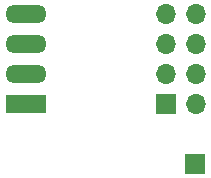
<source format=gbr>
%TF.GenerationSoftware,KiCad,Pcbnew,8.0.6*%
%TF.CreationDate,2025-01-04T22:08:09+01:00*%
%TF.ProjectId,hall-tester,68616c6c-2d74-4657-9374-65722e6b6963,rev?*%
%TF.SameCoordinates,Original*%
%TF.FileFunction,Soldermask,Bot*%
%TF.FilePolarity,Negative*%
%FSLAX46Y46*%
G04 Gerber Fmt 4.6, Leading zero omitted, Abs format (unit mm)*
G04 Created by KiCad (PCBNEW 8.0.6) date 2025-01-04 22:08:09*
%MOMM*%
%LPD*%
G01*
G04 APERTURE LIST*
%ADD10O,1.700000X1.700000*%
%ADD11R,1.700000X1.700000*%
%ADD12O,3.500000X1.524000*%
%ADD13R,3.500000X1.524000*%
G04 APERTURE END LIST*
D10*
%TO.C,J1*%
X108015000Y-60960000D03*
X105475000Y-60960000D03*
X108015000Y-63500000D03*
X105475000Y-63500000D03*
X108015000Y-66040000D03*
X105475000Y-66040000D03*
X108015000Y-68580000D03*
D11*
X105475000Y-68580000D03*
%TD*%
%TO.C,J3*%
X107950000Y-73660000D03*
%TD*%
D12*
%TO.C,J2*%
X93599000Y-60960000D03*
X93599000Y-63500000D03*
X93599000Y-66040000D03*
D13*
X93599000Y-68580000D03*
%TD*%
M02*

</source>
